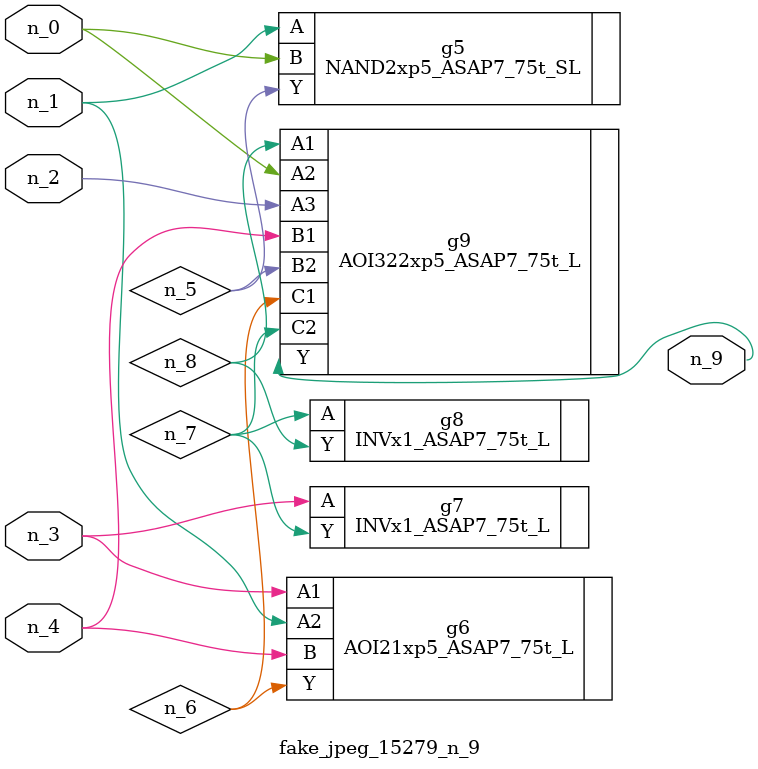
<source format=v>
module fake_jpeg_15279_n_9 (n_3, n_2, n_1, n_0, n_4, n_9);

input n_3;
input n_2;
input n_1;
input n_0;
input n_4;

output n_9;

wire n_8;
wire n_6;
wire n_5;
wire n_7;

NAND2xp5_ASAP7_75t_SL g5 ( 
.A(n_1),
.B(n_0),
.Y(n_5)
);

AOI21xp5_ASAP7_75t_L g6 ( 
.A1(n_3),
.A2(n_1),
.B(n_4),
.Y(n_6)
);

INVx1_ASAP7_75t_L g7 ( 
.A(n_3),
.Y(n_7)
);

INVx1_ASAP7_75t_L g8 ( 
.A(n_7),
.Y(n_8)
);

AOI322xp5_ASAP7_75t_L g9 ( 
.A1(n_8),
.A2(n_0),
.A3(n_2),
.B1(n_4),
.B2(n_5),
.C1(n_6),
.C2(n_7),
.Y(n_9)
);


endmodule
</source>
